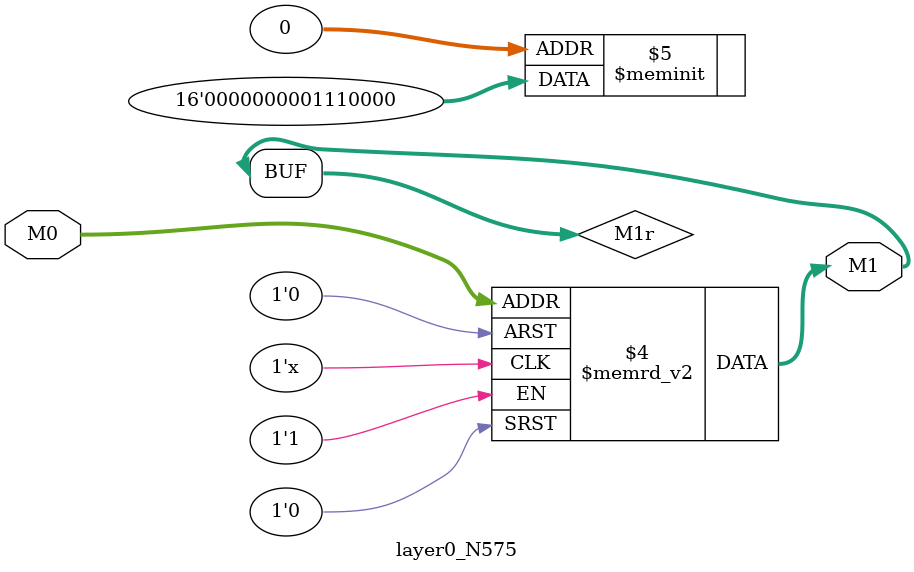
<source format=v>
module layer0_N575 ( input [2:0] M0, output [1:0] M1 );

	(*rom_style = "distributed" *) reg [1:0] M1r;
	assign M1 = M1r;
	always @ (M0) begin
		case (M0)
			3'b000: M1r = 2'b00;
			3'b100: M1r = 2'b00;
			3'b010: M1r = 2'b11;
			3'b110: M1r = 2'b00;
			3'b001: M1r = 2'b00;
			3'b101: M1r = 2'b00;
			3'b011: M1r = 2'b01;
			3'b111: M1r = 2'b00;

		endcase
	end
endmodule

</source>
